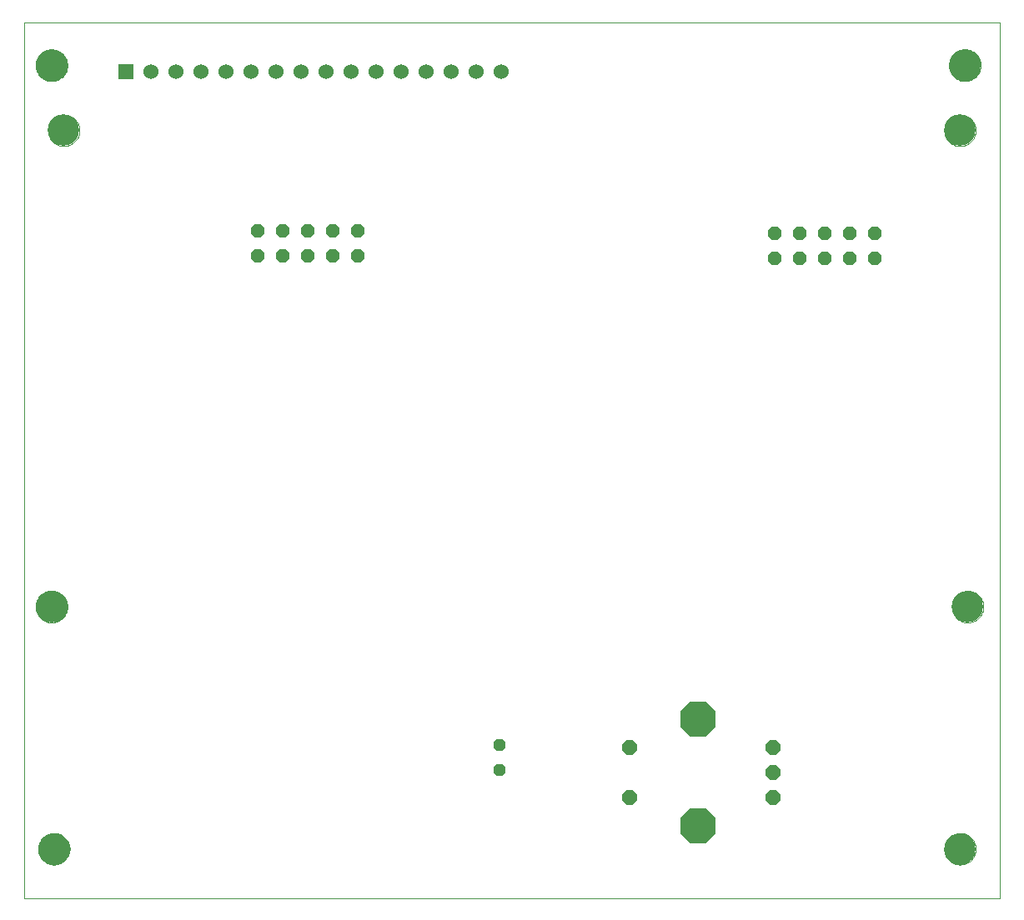
<source format=gts>
G75*
%MOIN*%
%OFA0B0*%
%FSLAX24Y24*%
%IPPOS*%
%LPD*%
%AMOC8*
5,1,8,0,0,1.08239X$1,22.5*
%
%ADD10C,0.0000*%
%ADD11C,0.1260*%
%ADD12OC8,0.0591*%
%ADD13OC8,0.1424*%
%ADD14R,0.0600X0.0600*%
%ADD15C,0.0600*%
%ADD16OC8,0.0540*%
%ADD17OC8,0.0480*%
D10*
X000394Y000139D02*
X000394Y035179D01*
X039370Y035179D01*
X039370Y000139D01*
X000394Y000139D01*
X000945Y002108D02*
X000947Y002158D01*
X000953Y002208D01*
X000963Y002257D01*
X000977Y002305D01*
X000994Y002352D01*
X001015Y002397D01*
X001040Y002441D01*
X001068Y002482D01*
X001100Y002521D01*
X001134Y002558D01*
X001171Y002592D01*
X001211Y002622D01*
X001253Y002649D01*
X001297Y002673D01*
X001343Y002694D01*
X001390Y002710D01*
X001438Y002723D01*
X001488Y002732D01*
X001537Y002737D01*
X001588Y002738D01*
X001638Y002735D01*
X001687Y002728D01*
X001736Y002717D01*
X001784Y002702D01*
X001830Y002684D01*
X001875Y002662D01*
X001918Y002636D01*
X001959Y002607D01*
X001998Y002575D01*
X002034Y002540D01*
X002066Y002502D01*
X002096Y002462D01*
X002123Y002419D01*
X002146Y002375D01*
X002165Y002329D01*
X002181Y002281D01*
X002193Y002232D01*
X002201Y002183D01*
X002205Y002133D01*
X002205Y002083D01*
X002201Y002033D01*
X002193Y001984D01*
X002181Y001935D01*
X002165Y001887D01*
X002146Y001841D01*
X002123Y001797D01*
X002096Y001754D01*
X002066Y001714D01*
X002034Y001676D01*
X001998Y001641D01*
X001959Y001609D01*
X001918Y001580D01*
X001875Y001554D01*
X001830Y001532D01*
X001784Y001514D01*
X001736Y001499D01*
X001687Y001488D01*
X001638Y001481D01*
X001588Y001478D01*
X001537Y001479D01*
X001488Y001484D01*
X001438Y001493D01*
X001390Y001506D01*
X001343Y001522D01*
X001297Y001543D01*
X001253Y001567D01*
X001211Y001594D01*
X001171Y001624D01*
X001134Y001658D01*
X001100Y001695D01*
X001068Y001734D01*
X001040Y001775D01*
X001015Y001819D01*
X000994Y001864D01*
X000977Y001911D01*
X000963Y001959D01*
X000953Y002008D01*
X000947Y002058D01*
X000945Y002108D01*
X000854Y011793D02*
X000856Y011843D01*
X000862Y011893D01*
X000872Y011942D01*
X000886Y011990D01*
X000903Y012037D01*
X000924Y012082D01*
X000949Y012126D01*
X000977Y012167D01*
X001009Y012206D01*
X001043Y012243D01*
X001080Y012277D01*
X001120Y012307D01*
X001162Y012334D01*
X001206Y012358D01*
X001252Y012379D01*
X001299Y012395D01*
X001347Y012408D01*
X001397Y012417D01*
X001446Y012422D01*
X001497Y012423D01*
X001547Y012420D01*
X001596Y012413D01*
X001645Y012402D01*
X001693Y012387D01*
X001739Y012369D01*
X001784Y012347D01*
X001827Y012321D01*
X001868Y012292D01*
X001907Y012260D01*
X001943Y012225D01*
X001975Y012187D01*
X002005Y012147D01*
X002032Y012104D01*
X002055Y012060D01*
X002074Y012014D01*
X002090Y011966D01*
X002102Y011917D01*
X002110Y011868D01*
X002114Y011818D01*
X002114Y011768D01*
X002110Y011718D01*
X002102Y011669D01*
X002090Y011620D01*
X002074Y011572D01*
X002055Y011526D01*
X002032Y011482D01*
X002005Y011439D01*
X001975Y011399D01*
X001943Y011361D01*
X001907Y011326D01*
X001868Y011294D01*
X001827Y011265D01*
X001784Y011239D01*
X001739Y011217D01*
X001693Y011199D01*
X001645Y011184D01*
X001596Y011173D01*
X001547Y011166D01*
X001497Y011163D01*
X001446Y011164D01*
X001397Y011169D01*
X001347Y011178D01*
X001299Y011191D01*
X001252Y011207D01*
X001206Y011228D01*
X001162Y011252D01*
X001120Y011279D01*
X001080Y011309D01*
X001043Y011343D01*
X001009Y011380D01*
X000977Y011419D01*
X000949Y011460D01*
X000924Y011504D01*
X000903Y011549D01*
X000886Y011596D01*
X000872Y011644D01*
X000862Y011693D01*
X000856Y011743D01*
X000854Y011793D01*
X000846Y011803D02*
X000848Y011853D01*
X000854Y011903D01*
X000864Y011952D01*
X000878Y012000D01*
X000895Y012047D01*
X000916Y012092D01*
X000941Y012136D01*
X000969Y012177D01*
X001001Y012216D01*
X001035Y012253D01*
X001072Y012287D01*
X001112Y012317D01*
X001154Y012344D01*
X001198Y012368D01*
X001244Y012389D01*
X001291Y012405D01*
X001339Y012418D01*
X001389Y012427D01*
X001438Y012432D01*
X001489Y012433D01*
X001539Y012430D01*
X001588Y012423D01*
X001637Y012412D01*
X001685Y012397D01*
X001731Y012379D01*
X001776Y012357D01*
X001819Y012331D01*
X001860Y012302D01*
X001899Y012270D01*
X001935Y012235D01*
X001967Y012197D01*
X001997Y012157D01*
X002024Y012114D01*
X002047Y012070D01*
X002066Y012024D01*
X002082Y011976D01*
X002094Y011927D01*
X002102Y011878D01*
X002106Y011828D01*
X002106Y011778D01*
X002102Y011728D01*
X002094Y011679D01*
X002082Y011630D01*
X002066Y011582D01*
X002047Y011536D01*
X002024Y011492D01*
X001997Y011449D01*
X001967Y011409D01*
X001935Y011371D01*
X001899Y011336D01*
X001860Y011304D01*
X001819Y011275D01*
X001776Y011249D01*
X001731Y011227D01*
X001685Y011209D01*
X001637Y011194D01*
X001588Y011183D01*
X001539Y011176D01*
X001489Y011173D01*
X001438Y011174D01*
X001389Y011179D01*
X001339Y011188D01*
X001291Y011201D01*
X001244Y011217D01*
X001198Y011238D01*
X001154Y011262D01*
X001112Y011289D01*
X001072Y011319D01*
X001035Y011353D01*
X001001Y011390D01*
X000969Y011429D01*
X000941Y011470D01*
X000916Y011514D01*
X000895Y011559D01*
X000878Y011606D01*
X000864Y011654D01*
X000854Y011703D01*
X000848Y011753D01*
X000846Y011803D01*
X001339Y030848D02*
X001341Y030898D01*
X001347Y030948D01*
X001357Y030997D01*
X001371Y031045D01*
X001388Y031092D01*
X001409Y031137D01*
X001434Y031181D01*
X001462Y031222D01*
X001494Y031261D01*
X001528Y031298D01*
X001565Y031332D01*
X001605Y031362D01*
X001647Y031389D01*
X001691Y031413D01*
X001737Y031434D01*
X001784Y031450D01*
X001832Y031463D01*
X001882Y031472D01*
X001931Y031477D01*
X001982Y031478D01*
X002032Y031475D01*
X002081Y031468D01*
X002130Y031457D01*
X002178Y031442D01*
X002224Y031424D01*
X002269Y031402D01*
X002312Y031376D01*
X002353Y031347D01*
X002392Y031315D01*
X002428Y031280D01*
X002460Y031242D01*
X002490Y031202D01*
X002517Y031159D01*
X002540Y031115D01*
X002559Y031069D01*
X002575Y031021D01*
X002587Y030972D01*
X002595Y030923D01*
X002599Y030873D01*
X002599Y030823D01*
X002595Y030773D01*
X002587Y030724D01*
X002575Y030675D01*
X002559Y030627D01*
X002540Y030581D01*
X002517Y030537D01*
X002490Y030494D01*
X002460Y030454D01*
X002428Y030416D01*
X002392Y030381D01*
X002353Y030349D01*
X002312Y030320D01*
X002269Y030294D01*
X002224Y030272D01*
X002178Y030254D01*
X002130Y030239D01*
X002081Y030228D01*
X002032Y030221D01*
X001982Y030218D01*
X001931Y030219D01*
X001882Y030224D01*
X001832Y030233D01*
X001784Y030246D01*
X001737Y030262D01*
X001691Y030283D01*
X001647Y030307D01*
X001605Y030334D01*
X001565Y030364D01*
X001528Y030398D01*
X001494Y030435D01*
X001462Y030474D01*
X001434Y030515D01*
X001409Y030559D01*
X001388Y030604D01*
X001371Y030651D01*
X001357Y030699D01*
X001347Y030748D01*
X001341Y030798D01*
X001339Y030848D01*
X000854Y033446D02*
X000856Y033496D01*
X000862Y033546D01*
X000872Y033595D01*
X000886Y033643D01*
X000903Y033690D01*
X000924Y033735D01*
X000949Y033779D01*
X000977Y033820D01*
X001009Y033859D01*
X001043Y033896D01*
X001080Y033930D01*
X001120Y033960D01*
X001162Y033987D01*
X001206Y034011D01*
X001252Y034032D01*
X001299Y034048D01*
X001347Y034061D01*
X001397Y034070D01*
X001446Y034075D01*
X001497Y034076D01*
X001547Y034073D01*
X001596Y034066D01*
X001645Y034055D01*
X001693Y034040D01*
X001739Y034022D01*
X001784Y034000D01*
X001827Y033974D01*
X001868Y033945D01*
X001907Y033913D01*
X001943Y033878D01*
X001975Y033840D01*
X002005Y033800D01*
X002032Y033757D01*
X002055Y033713D01*
X002074Y033667D01*
X002090Y033619D01*
X002102Y033570D01*
X002110Y033521D01*
X002114Y033471D01*
X002114Y033421D01*
X002110Y033371D01*
X002102Y033322D01*
X002090Y033273D01*
X002074Y033225D01*
X002055Y033179D01*
X002032Y033135D01*
X002005Y033092D01*
X001975Y033052D01*
X001943Y033014D01*
X001907Y032979D01*
X001868Y032947D01*
X001827Y032918D01*
X001784Y032892D01*
X001739Y032870D01*
X001693Y032852D01*
X001645Y032837D01*
X001596Y032826D01*
X001547Y032819D01*
X001497Y032816D01*
X001446Y032817D01*
X001397Y032822D01*
X001347Y032831D01*
X001299Y032844D01*
X001252Y032860D01*
X001206Y032881D01*
X001162Y032905D01*
X001120Y032932D01*
X001080Y032962D01*
X001043Y032996D01*
X001009Y033033D01*
X000977Y033072D01*
X000949Y033113D01*
X000924Y033157D01*
X000903Y033202D01*
X000886Y033249D01*
X000872Y033297D01*
X000862Y033346D01*
X000856Y033396D01*
X000854Y033446D01*
X000846Y033456D02*
X000848Y033506D01*
X000854Y033556D01*
X000864Y033605D01*
X000878Y033653D01*
X000895Y033700D01*
X000916Y033745D01*
X000941Y033789D01*
X000969Y033830D01*
X001001Y033869D01*
X001035Y033906D01*
X001072Y033940D01*
X001112Y033970D01*
X001154Y033997D01*
X001198Y034021D01*
X001244Y034042D01*
X001291Y034058D01*
X001339Y034071D01*
X001389Y034080D01*
X001438Y034085D01*
X001489Y034086D01*
X001539Y034083D01*
X001588Y034076D01*
X001637Y034065D01*
X001685Y034050D01*
X001731Y034032D01*
X001776Y034010D01*
X001819Y033984D01*
X001860Y033955D01*
X001899Y033923D01*
X001935Y033888D01*
X001967Y033850D01*
X001997Y033810D01*
X002024Y033767D01*
X002047Y033723D01*
X002066Y033677D01*
X002082Y033629D01*
X002094Y033580D01*
X002102Y033531D01*
X002106Y033481D01*
X002106Y033431D01*
X002102Y033381D01*
X002094Y033332D01*
X002082Y033283D01*
X002066Y033235D01*
X002047Y033189D01*
X002024Y033145D01*
X001997Y033102D01*
X001967Y033062D01*
X001935Y033024D01*
X001899Y032989D01*
X001860Y032957D01*
X001819Y032928D01*
X001776Y032902D01*
X001731Y032880D01*
X001685Y032862D01*
X001637Y032847D01*
X001588Y032836D01*
X001539Y032829D01*
X001489Y032826D01*
X001438Y032827D01*
X001389Y032832D01*
X001339Y032841D01*
X001291Y032854D01*
X001244Y032870D01*
X001198Y032891D01*
X001154Y032915D01*
X001112Y032942D01*
X001072Y032972D01*
X001035Y033006D01*
X001001Y033043D01*
X000969Y033082D01*
X000941Y033123D01*
X000916Y033167D01*
X000895Y033212D01*
X000878Y033259D01*
X000864Y033307D01*
X000854Y033356D01*
X000848Y033406D01*
X000846Y033456D01*
X037165Y030848D02*
X037167Y030898D01*
X037173Y030948D01*
X037183Y030997D01*
X037197Y031045D01*
X037214Y031092D01*
X037235Y031137D01*
X037260Y031181D01*
X037288Y031222D01*
X037320Y031261D01*
X037354Y031298D01*
X037391Y031332D01*
X037431Y031362D01*
X037473Y031389D01*
X037517Y031413D01*
X037563Y031434D01*
X037610Y031450D01*
X037658Y031463D01*
X037708Y031472D01*
X037757Y031477D01*
X037808Y031478D01*
X037858Y031475D01*
X037907Y031468D01*
X037956Y031457D01*
X038004Y031442D01*
X038050Y031424D01*
X038095Y031402D01*
X038138Y031376D01*
X038179Y031347D01*
X038218Y031315D01*
X038254Y031280D01*
X038286Y031242D01*
X038316Y031202D01*
X038343Y031159D01*
X038366Y031115D01*
X038385Y031069D01*
X038401Y031021D01*
X038413Y030972D01*
X038421Y030923D01*
X038425Y030873D01*
X038425Y030823D01*
X038421Y030773D01*
X038413Y030724D01*
X038401Y030675D01*
X038385Y030627D01*
X038366Y030581D01*
X038343Y030537D01*
X038316Y030494D01*
X038286Y030454D01*
X038254Y030416D01*
X038218Y030381D01*
X038179Y030349D01*
X038138Y030320D01*
X038095Y030294D01*
X038050Y030272D01*
X038004Y030254D01*
X037956Y030239D01*
X037907Y030228D01*
X037858Y030221D01*
X037808Y030218D01*
X037757Y030219D01*
X037708Y030224D01*
X037658Y030233D01*
X037610Y030246D01*
X037563Y030262D01*
X037517Y030283D01*
X037473Y030307D01*
X037431Y030334D01*
X037391Y030364D01*
X037354Y030398D01*
X037320Y030435D01*
X037288Y030474D01*
X037260Y030515D01*
X037235Y030559D01*
X037214Y030604D01*
X037197Y030651D01*
X037183Y030699D01*
X037173Y030748D01*
X037167Y030798D01*
X037165Y030848D01*
X037354Y033446D02*
X037356Y033496D01*
X037362Y033546D01*
X037372Y033595D01*
X037386Y033643D01*
X037403Y033690D01*
X037424Y033735D01*
X037449Y033779D01*
X037477Y033820D01*
X037509Y033859D01*
X037543Y033896D01*
X037580Y033930D01*
X037620Y033960D01*
X037662Y033987D01*
X037706Y034011D01*
X037752Y034032D01*
X037799Y034048D01*
X037847Y034061D01*
X037897Y034070D01*
X037946Y034075D01*
X037997Y034076D01*
X038047Y034073D01*
X038096Y034066D01*
X038145Y034055D01*
X038193Y034040D01*
X038239Y034022D01*
X038284Y034000D01*
X038327Y033974D01*
X038368Y033945D01*
X038407Y033913D01*
X038443Y033878D01*
X038475Y033840D01*
X038505Y033800D01*
X038532Y033757D01*
X038555Y033713D01*
X038574Y033667D01*
X038590Y033619D01*
X038602Y033570D01*
X038610Y033521D01*
X038614Y033471D01*
X038614Y033421D01*
X038610Y033371D01*
X038602Y033322D01*
X038590Y033273D01*
X038574Y033225D01*
X038555Y033179D01*
X038532Y033135D01*
X038505Y033092D01*
X038475Y033052D01*
X038443Y033014D01*
X038407Y032979D01*
X038368Y032947D01*
X038327Y032918D01*
X038284Y032892D01*
X038239Y032870D01*
X038193Y032852D01*
X038145Y032837D01*
X038096Y032826D01*
X038047Y032819D01*
X037997Y032816D01*
X037946Y032817D01*
X037897Y032822D01*
X037847Y032831D01*
X037799Y032844D01*
X037752Y032860D01*
X037706Y032881D01*
X037662Y032905D01*
X037620Y032932D01*
X037580Y032962D01*
X037543Y032996D01*
X037509Y033033D01*
X037477Y033072D01*
X037449Y033113D01*
X037424Y033157D01*
X037403Y033202D01*
X037386Y033249D01*
X037372Y033297D01*
X037362Y033346D01*
X037356Y033396D01*
X037354Y033446D01*
X037362Y033456D02*
X037364Y033506D01*
X037370Y033556D01*
X037380Y033605D01*
X037394Y033653D01*
X037411Y033700D01*
X037432Y033745D01*
X037457Y033789D01*
X037485Y033830D01*
X037517Y033869D01*
X037551Y033906D01*
X037588Y033940D01*
X037628Y033970D01*
X037670Y033997D01*
X037714Y034021D01*
X037760Y034042D01*
X037807Y034058D01*
X037855Y034071D01*
X037905Y034080D01*
X037954Y034085D01*
X038005Y034086D01*
X038055Y034083D01*
X038104Y034076D01*
X038153Y034065D01*
X038201Y034050D01*
X038247Y034032D01*
X038292Y034010D01*
X038335Y033984D01*
X038376Y033955D01*
X038415Y033923D01*
X038451Y033888D01*
X038483Y033850D01*
X038513Y033810D01*
X038540Y033767D01*
X038563Y033723D01*
X038582Y033677D01*
X038598Y033629D01*
X038610Y033580D01*
X038618Y033531D01*
X038622Y033481D01*
X038622Y033431D01*
X038618Y033381D01*
X038610Y033332D01*
X038598Y033283D01*
X038582Y033235D01*
X038563Y033189D01*
X038540Y033145D01*
X038513Y033102D01*
X038483Y033062D01*
X038451Y033024D01*
X038415Y032989D01*
X038376Y032957D01*
X038335Y032928D01*
X038292Y032902D01*
X038247Y032880D01*
X038201Y032862D01*
X038153Y032847D01*
X038104Y032836D01*
X038055Y032829D01*
X038005Y032826D01*
X037954Y032827D01*
X037905Y032832D01*
X037855Y032841D01*
X037807Y032854D01*
X037760Y032870D01*
X037714Y032891D01*
X037670Y032915D01*
X037628Y032942D01*
X037588Y032972D01*
X037551Y033006D01*
X037517Y033043D01*
X037485Y033082D01*
X037457Y033123D01*
X037432Y033167D01*
X037411Y033212D01*
X037394Y033259D01*
X037380Y033307D01*
X037370Y033356D01*
X037364Y033406D01*
X037362Y033456D01*
X037468Y011793D02*
X037470Y011843D01*
X037476Y011893D01*
X037486Y011942D01*
X037500Y011990D01*
X037517Y012037D01*
X037538Y012082D01*
X037563Y012126D01*
X037591Y012167D01*
X037623Y012206D01*
X037657Y012243D01*
X037694Y012277D01*
X037734Y012307D01*
X037776Y012334D01*
X037820Y012358D01*
X037866Y012379D01*
X037913Y012395D01*
X037961Y012408D01*
X038011Y012417D01*
X038060Y012422D01*
X038111Y012423D01*
X038161Y012420D01*
X038210Y012413D01*
X038259Y012402D01*
X038307Y012387D01*
X038353Y012369D01*
X038398Y012347D01*
X038441Y012321D01*
X038482Y012292D01*
X038521Y012260D01*
X038557Y012225D01*
X038589Y012187D01*
X038619Y012147D01*
X038646Y012104D01*
X038669Y012060D01*
X038688Y012014D01*
X038704Y011966D01*
X038716Y011917D01*
X038724Y011868D01*
X038728Y011818D01*
X038728Y011768D01*
X038724Y011718D01*
X038716Y011669D01*
X038704Y011620D01*
X038688Y011572D01*
X038669Y011526D01*
X038646Y011482D01*
X038619Y011439D01*
X038589Y011399D01*
X038557Y011361D01*
X038521Y011326D01*
X038482Y011294D01*
X038441Y011265D01*
X038398Y011239D01*
X038353Y011217D01*
X038307Y011199D01*
X038259Y011184D01*
X038210Y011173D01*
X038161Y011166D01*
X038111Y011163D01*
X038060Y011164D01*
X038011Y011169D01*
X037961Y011178D01*
X037913Y011191D01*
X037866Y011207D01*
X037820Y011228D01*
X037776Y011252D01*
X037734Y011279D01*
X037694Y011309D01*
X037657Y011343D01*
X037623Y011380D01*
X037591Y011419D01*
X037563Y011460D01*
X037538Y011504D01*
X037517Y011549D01*
X037500Y011596D01*
X037486Y011644D01*
X037476Y011693D01*
X037470Y011743D01*
X037468Y011793D01*
X037165Y002108D02*
X037167Y002158D01*
X037173Y002208D01*
X037183Y002257D01*
X037197Y002305D01*
X037214Y002352D01*
X037235Y002397D01*
X037260Y002441D01*
X037288Y002482D01*
X037320Y002521D01*
X037354Y002558D01*
X037391Y002592D01*
X037431Y002622D01*
X037473Y002649D01*
X037517Y002673D01*
X037563Y002694D01*
X037610Y002710D01*
X037658Y002723D01*
X037708Y002732D01*
X037757Y002737D01*
X037808Y002738D01*
X037858Y002735D01*
X037907Y002728D01*
X037956Y002717D01*
X038004Y002702D01*
X038050Y002684D01*
X038095Y002662D01*
X038138Y002636D01*
X038179Y002607D01*
X038218Y002575D01*
X038254Y002540D01*
X038286Y002502D01*
X038316Y002462D01*
X038343Y002419D01*
X038366Y002375D01*
X038385Y002329D01*
X038401Y002281D01*
X038413Y002232D01*
X038421Y002183D01*
X038425Y002133D01*
X038425Y002083D01*
X038421Y002033D01*
X038413Y001984D01*
X038401Y001935D01*
X038385Y001887D01*
X038366Y001841D01*
X038343Y001797D01*
X038316Y001754D01*
X038286Y001714D01*
X038254Y001676D01*
X038218Y001641D01*
X038179Y001609D01*
X038138Y001580D01*
X038095Y001554D01*
X038050Y001532D01*
X038004Y001514D01*
X037956Y001499D01*
X037907Y001488D01*
X037858Y001481D01*
X037808Y001478D01*
X037757Y001479D01*
X037708Y001484D01*
X037658Y001493D01*
X037610Y001506D01*
X037563Y001522D01*
X037517Y001543D01*
X037473Y001567D01*
X037431Y001594D01*
X037391Y001624D01*
X037354Y001658D01*
X037320Y001695D01*
X037288Y001734D01*
X037260Y001775D01*
X037235Y001819D01*
X037214Y001864D01*
X037197Y001911D01*
X037183Y001959D01*
X037173Y002008D01*
X037167Y002058D01*
X037165Y002108D01*
D11*
X037795Y002108D03*
X038098Y011793D03*
X037795Y030848D03*
X037984Y033446D03*
X037992Y033456D03*
X001969Y030848D03*
X001484Y033446D03*
X001476Y033456D03*
X001476Y011803D03*
X001484Y011793D03*
X001575Y002108D03*
D12*
X024575Y004155D03*
X024575Y006155D03*
X030325Y006155D03*
X030325Y005155D03*
X030325Y004155D03*
D13*
X027325Y003030D03*
X027325Y007280D03*
D14*
X004437Y033210D03*
D15*
X005437Y033210D03*
X006437Y033210D03*
X007437Y033210D03*
X008437Y033210D03*
X009437Y033210D03*
X010437Y033210D03*
X011437Y033210D03*
X012437Y033210D03*
X013437Y033210D03*
X014437Y033210D03*
X015437Y033210D03*
X016437Y033210D03*
X017437Y033210D03*
X018437Y033210D03*
X019437Y033210D03*
D16*
X013713Y026820D03*
X013713Y025820D03*
X012713Y025820D03*
X012713Y026820D03*
X011713Y026820D03*
X011713Y025820D03*
X010713Y025820D03*
X010713Y026820D03*
X009713Y026820D03*
X009713Y025820D03*
X030382Y025722D03*
X031382Y025722D03*
X032382Y025722D03*
X033382Y025722D03*
X034382Y025722D03*
X034382Y026722D03*
X033382Y026722D03*
X032382Y026722D03*
X031382Y026722D03*
X030382Y026722D03*
D17*
X019376Y006261D03*
X019376Y005261D03*
M02*

</source>
